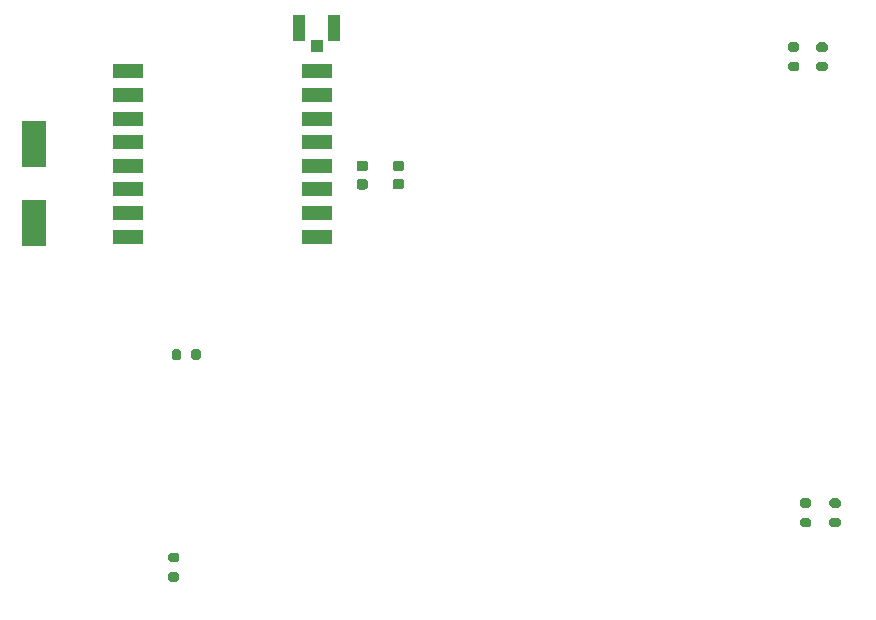
<source format=gbp>
G04 #@! TF.GenerationSoftware,KiCad,Pcbnew,5.1.9-73d0e3b20d~88~ubuntu18.04.1*
G04 #@! TF.CreationDate,2021-04-09T21:08:54+02:00*
G04 #@! TF.ProjectId,EcoApi_pcb,45636f41-7069-45f7-9063-622e6b696361,rev?*
G04 #@! TF.SameCoordinates,Original*
G04 #@! TF.FileFunction,Paste,Bot*
G04 #@! TF.FilePolarity,Positive*
%FSLAX46Y46*%
G04 Gerber Fmt 4.6, Leading zero omitted, Abs format (unit mm)*
G04 Created by KiCad (PCBNEW 5.1.9-73d0e3b20d~88~ubuntu18.04.1) date 2021-04-09 21:08:54*
%MOMM*%
%LPD*%
G01*
G04 APERTURE LIST*
%ADD10R,2.150000X4.000000*%
%ADD11R,2.500000X1.200000*%
%ADD12R,1.050000X2.200000*%
%ADD13R,1.000000X1.050000*%
G04 APERTURE END LIST*
D10*
G04 #@! TO.C,C3*
X74540000Y-87810000D03*
X74540000Y-94510000D03*
G04 #@! TD*
G04 #@! TO.C,C2*
G36*
G01*
X105180000Y-90800000D02*
X105680000Y-90800000D01*
G75*
G02*
X105905000Y-91025000I0J-225000D01*
G01*
X105905000Y-91475000D01*
G75*
G02*
X105680000Y-91700000I-225000J0D01*
G01*
X105180000Y-91700000D01*
G75*
G02*
X104955000Y-91475000I0J225000D01*
G01*
X104955000Y-91025000D01*
G75*
G02*
X105180000Y-90800000I225000J0D01*
G01*
G37*
G36*
G01*
X105180000Y-89250000D02*
X105680000Y-89250000D01*
G75*
G02*
X105905000Y-89475000I0J-225000D01*
G01*
X105905000Y-89925000D01*
G75*
G02*
X105680000Y-90150000I-225000J0D01*
G01*
X105180000Y-90150000D01*
G75*
G02*
X104955000Y-89925000I0J225000D01*
G01*
X104955000Y-89475000D01*
G75*
G02*
X105180000Y-89250000I225000J0D01*
G01*
G37*
G04 #@! TD*
G04 #@! TO.C,C1*
G36*
G01*
X102120000Y-90810000D02*
X102620000Y-90810000D01*
G75*
G02*
X102845000Y-91035000I0J-225000D01*
G01*
X102845000Y-91485000D01*
G75*
G02*
X102620000Y-91710000I-225000J0D01*
G01*
X102120000Y-91710000D01*
G75*
G02*
X101895000Y-91485000I0J225000D01*
G01*
X101895000Y-91035000D01*
G75*
G02*
X102120000Y-90810000I225000J0D01*
G01*
G37*
G36*
G01*
X102120000Y-89260000D02*
X102620000Y-89260000D01*
G75*
G02*
X102845000Y-89485000I0J-225000D01*
G01*
X102845000Y-89935000D01*
G75*
G02*
X102620000Y-90160000I-225000J0D01*
G01*
X102120000Y-90160000D01*
G75*
G02*
X101895000Y-89935000I0J225000D01*
G01*
X101895000Y-89485000D01*
G75*
G02*
X102120000Y-89260000I225000J0D01*
G01*
G37*
G04 #@! TD*
G04 #@! TO.C,R13*
G36*
G01*
X86675000Y-123250000D02*
X86125000Y-123250000D01*
G75*
G02*
X85925000Y-123050000I0J200000D01*
G01*
X85925000Y-122650000D01*
G75*
G02*
X86125000Y-122450000I200000J0D01*
G01*
X86675000Y-122450000D01*
G75*
G02*
X86875000Y-122650000I0J-200000D01*
G01*
X86875000Y-123050000D01*
G75*
G02*
X86675000Y-123250000I-200000J0D01*
G01*
G37*
G36*
G01*
X86675000Y-124900000D02*
X86125000Y-124900000D01*
G75*
G02*
X85925000Y-124700000I0J200000D01*
G01*
X85925000Y-124300000D01*
G75*
G02*
X86125000Y-124100000I200000J0D01*
G01*
X86675000Y-124100000D01*
G75*
G02*
X86875000Y-124300000I0J-200000D01*
G01*
X86875000Y-124700000D01*
G75*
G02*
X86675000Y-124900000I-200000J0D01*
G01*
G37*
G04 #@! TD*
D11*
G04 #@! TO.C,U2*
X82500000Y-95700000D03*
X82500000Y-93700000D03*
X82500000Y-91700000D03*
X82500000Y-89700000D03*
X82500000Y-87700000D03*
X82500000Y-85700000D03*
X82500000Y-83700000D03*
X82500000Y-81700000D03*
X98500000Y-81700000D03*
X98500000Y-83700000D03*
X98500000Y-85700000D03*
X98500000Y-87700000D03*
X98500000Y-89700000D03*
X98500000Y-91700000D03*
X98500000Y-93700000D03*
X98500000Y-95700000D03*
G04 #@! TD*
G04 #@! TO.C,R7*
G36*
G01*
X142125000Y-119500000D02*
X142675000Y-119500000D01*
G75*
G02*
X142875000Y-119700000I0J-200000D01*
G01*
X142875000Y-120100000D01*
G75*
G02*
X142675000Y-120300000I-200000J0D01*
G01*
X142125000Y-120300000D01*
G75*
G02*
X141925000Y-120100000I0J200000D01*
G01*
X141925000Y-119700000D01*
G75*
G02*
X142125000Y-119500000I200000J0D01*
G01*
G37*
G36*
G01*
X142125000Y-117850000D02*
X142675000Y-117850000D01*
G75*
G02*
X142875000Y-118050000I0J-200000D01*
G01*
X142875000Y-118450000D01*
G75*
G02*
X142675000Y-118650000I-200000J0D01*
G01*
X142125000Y-118650000D01*
G75*
G02*
X141925000Y-118450000I0J200000D01*
G01*
X141925000Y-118050000D01*
G75*
G02*
X142125000Y-117850000I200000J0D01*
G01*
G37*
G04 #@! TD*
G04 #@! TO.C,R6*
G36*
G01*
X139625000Y-119500000D02*
X140175000Y-119500000D01*
G75*
G02*
X140375000Y-119700000I0J-200000D01*
G01*
X140375000Y-120100000D01*
G75*
G02*
X140175000Y-120300000I-200000J0D01*
G01*
X139625000Y-120300000D01*
G75*
G02*
X139425000Y-120100000I0J200000D01*
G01*
X139425000Y-119700000D01*
G75*
G02*
X139625000Y-119500000I200000J0D01*
G01*
G37*
G36*
G01*
X139625000Y-117850000D02*
X140175000Y-117850000D01*
G75*
G02*
X140375000Y-118050000I0J-200000D01*
G01*
X140375000Y-118450000D01*
G75*
G02*
X140175000Y-118650000I-200000J0D01*
G01*
X139625000Y-118650000D01*
G75*
G02*
X139425000Y-118450000I0J200000D01*
G01*
X139425000Y-118050000D01*
G75*
G02*
X139625000Y-117850000I200000J0D01*
G01*
G37*
G04 #@! TD*
G04 #@! TO.C,R5*
G36*
G01*
X87050000Y-105425000D02*
X87050000Y-105975000D01*
G75*
G02*
X86850000Y-106175000I-200000J0D01*
G01*
X86450000Y-106175000D01*
G75*
G02*
X86250000Y-105975000I0J200000D01*
G01*
X86250000Y-105425000D01*
G75*
G02*
X86450000Y-105225000I200000J0D01*
G01*
X86850000Y-105225000D01*
G75*
G02*
X87050000Y-105425000I0J-200000D01*
G01*
G37*
G36*
G01*
X88700000Y-105425000D02*
X88700000Y-105975000D01*
G75*
G02*
X88500000Y-106175000I-200000J0D01*
G01*
X88100000Y-106175000D01*
G75*
G02*
X87900000Y-105975000I0J200000D01*
G01*
X87900000Y-105425000D01*
G75*
G02*
X88100000Y-105225000I200000J0D01*
G01*
X88500000Y-105225000D01*
G75*
G02*
X88700000Y-105425000I0J-200000D01*
G01*
G37*
G04 #@! TD*
G04 #@! TO.C,R4*
G36*
G01*
X139175000Y-80050000D02*
X138625000Y-80050000D01*
G75*
G02*
X138425000Y-79850000I0J200000D01*
G01*
X138425000Y-79450000D01*
G75*
G02*
X138625000Y-79250000I200000J0D01*
G01*
X139175000Y-79250000D01*
G75*
G02*
X139375000Y-79450000I0J-200000D01*
G01*
X139375000Y-79850000D01*
G75*
G02*
X139175000Y-80050000I-200000J0D01*
G01*
G37*
G36*
G01*
X139175000Y-81700000D02*
X138625000Y-81700000D01*
G75*
G02*
X138425000Y-81500000I0J200000D01*
G01*
X138425000Y-81100000D01*
G75*
G02*
X138625000Y-80900000I200000J0D01*
G01*
X139175000Y-80900000D01*
G75*
G02*
X139375000Y-81100000I0J-200000D01*
G01*
X139375000Y-81500000D01*
G75*
G02*
X139175000Y-81700000I-200000J0D01*
G01*
G37*
G04 #@! TD*
G04 #@! TO.C,R3*
G36*
G01*
X141575000Y-80050000D02*
X141025000Y-80050000D01*
G75*
G02*
X140825000Y-79850000I0J200000D01*
G01*
X140825000Y-79450000D01*
G75*
G02*
X141025000Y-79250000I200000J0D01*
G01*
X141575000Y-79250000D01*
G75*
G02*
X141775000Y-79450000I0J-200000D01*
G01*
X141775000Y-79850000D01*
G75*
G02*
X141575000Y-80050000I-200000J0D01*
G01*
G37*
G36*
G01*
X141575000Y-81700000D02*
X141025000Y-81700000D01*
G75*
G02*
X140825000Y-81500000I0J200000D01*
G01*
X140825000Y-81100000D01*
G75*
G02*
X141025000Y-80900000I200000J0D01*
G01*
X141575000Y-80900000D01*
G75*
G02*
X141775000Y-81100000I0J-200000D01*
G01*
X141775000Y-81500000D01*
G75*
G02*
X141575000Y-81700000I-200000J0D01*
G01*
G37*
G04 #@! TD*
D12*
G04 #@! TO.C,J0*
X97050000Y-78000000D03*
D13*
X98525000Y-79525000D03*
D12*
X100000000Y-78000000D03*
G04 #@! TD*
M02*

</source>
